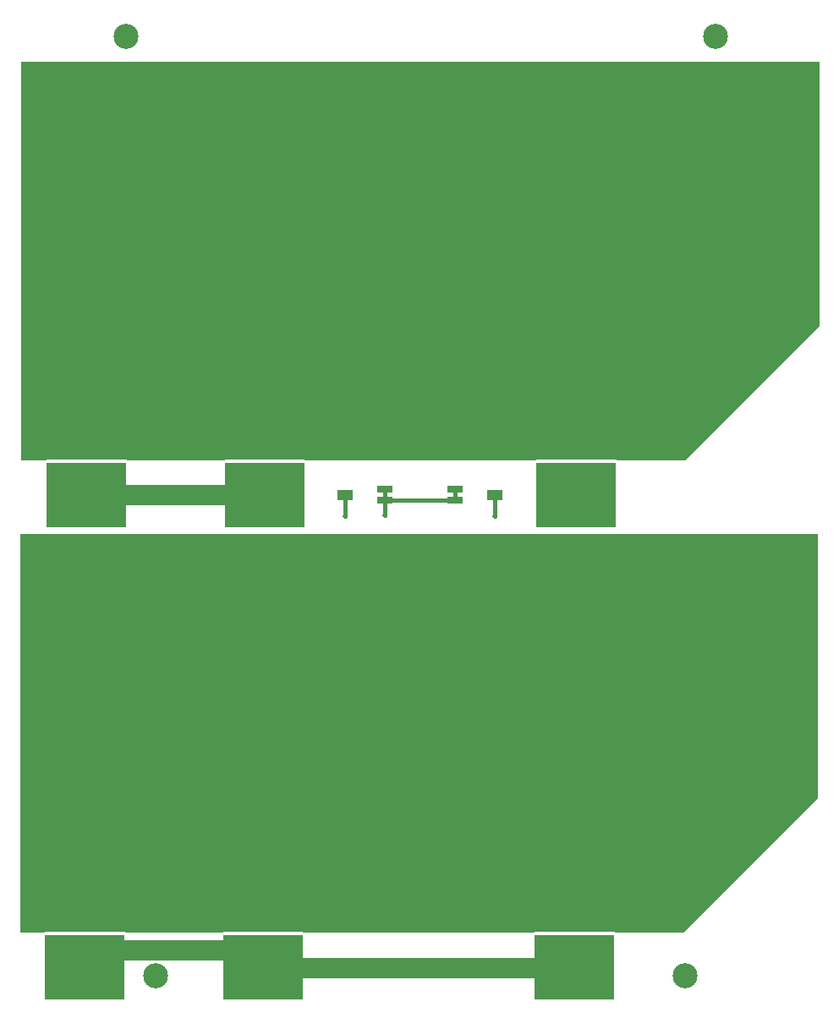
<source format=gtl>
G04 Layer_Physical_Order=1*
G04 Layer_Color=255*
%FSLAX25Y25*%
%MOIN*%
G70*
G01*
G75*
%ADD10R,0.31496X0.25590*%
%ADD11R,1.96850X0.27559*%
%ADD12R,1.96850X0.19685*%
%ADD13R,0.06299X0.03150*%
%ADD14R,0.06299X0.03937*%
%ADD15C,0.08000*%
%ADD16C,0.01500*%
%ADD17C,0.01000*%
%ADD18C,0.09842*%
%ADD19C,0.45000*%
%ADD20C,0.02000*%
G36*
X320000Y80201D02*
X267000Y27201D01*
X240277D01*
X240146Y27288D01*
X239756Y27366D01*
X208260D01*
X207870Y27288D01*
X207738Y27201D01*
X117541D01*
X117410Y27288D01*
X117020Y27366D01*
X85524D01*
X85133Y27288D01*
X85002Y27201D01*
X47364D01*
X47233Y27288D01*
X46843Y27366D01*
X15346D01*
X14956Y27288D01*
X14825Y27201D01*
X5500D01*
Y184201D01*
X320000D01*
Y80201D01*
D02*
G37*
G36*
X320500Y266201D02*
X267500Y213201D01*
X240954D01*
X240823Y213288D01*
X240433Y213366D01*
X208937D01*
X208547Y213288D01*
X208416Y213201D01*
X118218D01*
X118087Y213288D01*
X117697Y213366D01*
X86201D01*
X85811Y213288D01*
X85679Y213201D01*
X48041D01*
X47910Y213288D01*
X47520Y213366D01*
X16024D01*
X15633Y213288D01*
X15502Y213201D01*
X6000D01*
Y370201D01*
X320500D01*
Y266201D01*
D02*
G37*
D10*
X31772Y199551D02*
D03*
X101949D02*
D03*
X224685D02*
D03*
X31094Y13551D02*
D03*
X101272D02*
D03*
X224008D02*
D03*
D11*
X162770Y302083D02*
D03*
X162092Y116083D02*
D03*
D12*
X162667Y347583D02*
D03*
Y232783D02*
D03*
X142000Y160201D02*
D03*
X161990Y46783D02*
D03*
D13*
X149421Y201716D02*
D03*
Y197386D02*
D03*
X176976D02*
D03*
Y201716D02*
D03*
D14*
X133673Y199551D02*
D03*
X192724D02*
D03*
D15*
X194000Y13201D02*
X196500D01*
X131000D02*
X194000D01*
X196500D02*
X199000D01*
X201500D01*
X204000D01*
X206500D01*
X223657D01*
X224008Y13551D01*
X70224Y199551D02*
X72724D01*
X62724D02*
X70224D01*
X128500Y13201D02*
X131000D01*
X126000D02*
X128500D01*
X123500D02*
X126000D01*
X121000D02*
X123500D01*
X118500D02*
X121000D01*
X101622D02*
X118500D01*
X101272Y13551D02*
X101622Y13201D01*
X63224Y20136D02*
X94687D01*
X60724D02*
X63224D01*
X58224D02*
X60724D01*
X55724D02*
X58224D01*
X53224D02*
X55724D01*
X50724D02*
X53224D01*
X37679D02*
X50724D01*
X82724Y199551D02*
X101949D01*
X80224D02*
X82724D01*
X77724D02*
X80224D01*
X75224D02*
X77724D01*
X72724D02*
X75224D01*
X60224D02*
X62724D01*
X57724D02*
X60224D01*
X55224D02*
X57724D01*
X52724D02*
X55224D01*
X50224D02*
X52724D01*
X31772D02*
X50224D01*
D16*
X192724Y191136D02*
Y199551D01*
X149421Y191333D02*
Y197386D01*
X133673Y191187D02*
Y199551D01*
X149421Y197386D02*
X176976D01*
X149421D02*
Y201716D01*
X176976Y197386D02*
Y201716D01*
D17*
X94687Y20136D02*
X101272Y13551D01*
X31094D02*
X37679Y20136D01*
D18*
X267717Y10043D02*
D03*
X59055Y10043D02*
D03*
X279527Y380122D02*
D03*
X47244D02*
D03*
D19*
X242535Y105663D02*
D03*
X163323D02*
D03*
X84114D02*
D03*
X242533Y291663D02*
D03*
X163323D02*
D03*
X84112D02*
D03*
D20*
X217224Y209136D02*
D03*
Y206636D02*
D03*
Y204136D02*
D03*
X214724Y209136D02*
D03*
Y206636D02*
D03*
Y204136D02*
D03*
X212224Y209136D02*
D03*
Y204136D02*
D03*
X194000Y13201D02*
D03*
X196500D02*
D03*
X199000D02*
D03*
X201500D02*
D03*
X204000D02*
D03*
X206500D02*
D03*
X70224Y199551D02*
D03*
X131000Y13201D02*
D03*
X128500D02*
D03*
X126000D02*
D03*
X123500D02*
D03*
X121000D02*
D03*
X118500D02*
D03*
X212224Y206636D02*
D03*
X192724Y191136D02*
D03*
X149421Y191333D02*
D03*
X133673Y191187D02*
D03*
X63224Y20136D02*
D03*
X60724D02*
D03*
X58224D02*
D03*
X55724D02*
D03*
X53224D02*
D03*
X50724D02*
D03*
X82724Y199551D02*
D03*
X80224D02*
D03*
X77724D02*
D03*
X75224D02*
D03*
X72724D02*
D03*
X62724D02*
D03*
X60224D02*
D03*
X57724D02*
D03*
X55224D02*
D03*
X52724D02*
D03*
X50224D02*
D03*
M02*

</source>
